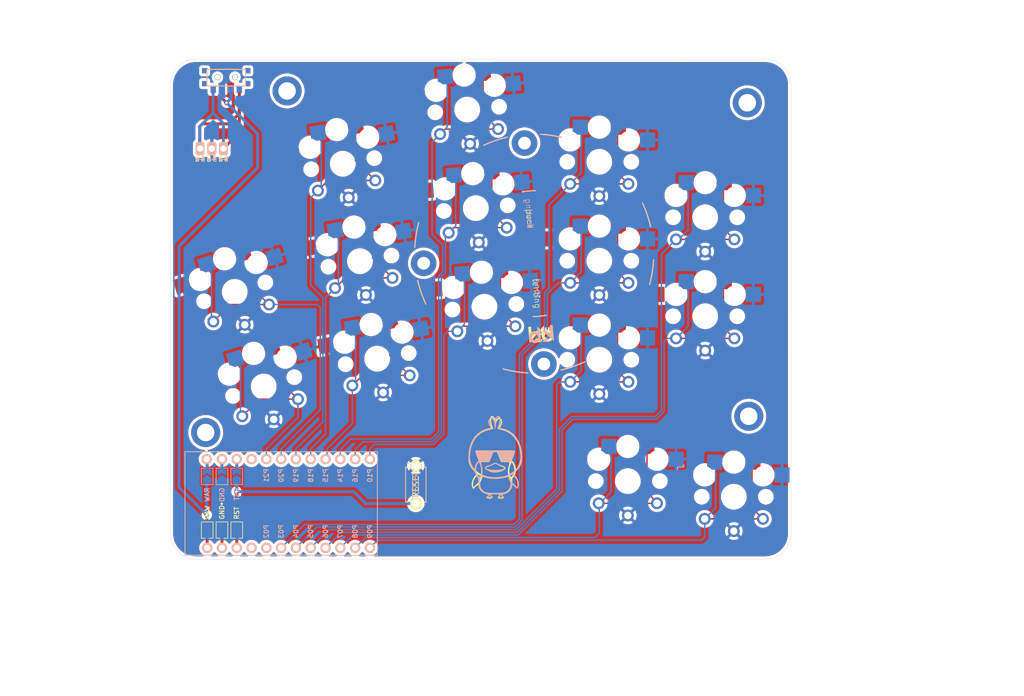
<source format=kicad_pcb>
(kicad_pcb (version 20211014) (generator pcbnew)
  (title_block (title "board") (rev "v1.0.0") (company "Unknown"))
  (layers (0 "F.Cu" signal) (31 "B.Cu" signal) (34 "B.Paste" user) (35 "F.Paste" user) (36 "B.SilkS" user "B.Silkscreen") (37 "F.SilkS" user "F.Silkscreen") (38 "B.Mask" user) (39 "F.Mask" user) (44 "Edge.Cuts" user))
  (net 0 "")
  (net 1 "P6")
  (net 2 "GND")
  (net 3 "P5")
  (net 4 "P4")
  (net 5 "P3")
  (net 6 "P2")
  (net 7 "P18")
  (net 8 "P15")
  (net 9 "P14")
  (net 10 "P16")
  (net 11 "P10")
  (net 12 "P19")
  (net 13 "P20")
  (net 14 "P21")
  (net 15 "P7")
  (net 16 "P8")
  (net 17 "P9")
  (net 18 "RAW")
  (net 19 "RST")
  (net 20 "Braw")
  (footprint "kbd:ResetSW" (layer "F.Cu") (at 83.928791 -49.631254 -90)
    (fp_text reference "B1" hide)
    (fp_text value "")
  )
  (footprint "Alaa:choc_hotswap_key" (layer "F.Cu") (at 71.38711 -104.745067 10)
    (fp_text reference "S11" hide)
    (fp_text value "" hide)
  )
  (footprint "Alaa:choc_hotswap_key" (layer "F.Cu") (at 94.221643 -97.114167 5)
    (fp_text reference "S15" hide)
    (fp_text value "" hide)
  )
  (footprint "Alaa:choc_hotswap_key" (layer "F.Cu") (at 115.424791 -88.077254)
    (fp_text reference "S21" hide)
    (fp_text value "" hide)
  )
  (footprint "E73:SPDT_C128955" (layer "F.Cu") (at 51.389406 -119.608838)
    (fp_text reference "T1" hide)
    (fp_text value "" hide)
  )
  (footprint "" (layer "F.Cu") (at 141.078791 -61.367254)
    (fp_text reference "")
    (fp_text value "")
  )
  (footprint "E73:SPDT_C128955" (layer "F.Cu") (at 51.389406 -119.608838)
    (fp_text reference "T2" hide)
    (fp_text value "" hide)
  )
  (footprint "Alaa:choc_hotswap_key" (layer "F.Cu") (at 133.599495 -95.544491)
    (fp_text reference "S29" hide)
    (fp_text value "" hide)
  )
  (footprint "" (layer "F.Cu") (at 47.860791 -58.573254)
    (fp_text reference "")
    (fp_text value "")
  )
  (footprint "LOGO" (layer "F.Cu") (at 97.484546 -52.964987)
    (fp_text reference "G***" hide)
    (fp_text value "LOGO" hide)
  )
  (footprint "Alaa:choc_hotswap_key" (layer "F.Cu") (at 138.511792 -47.543254)
    (fp_text reference "S33" hide)
    (fp_text value "" hide)
  )
  (footprint "Alaa:choc_hotswap_key" (layer "F.Cu") (at 77.291148 -71.261603 10)
    (fp_text reference "S7" hide)
    (fp_text value "" hide)
  )
  (footprint "lib:bat" (layer "F.Cu") (at 48.908791 -107.341254)
    (fp_text reference "PAD1" hide)
    (fp_text value "" hide)
  )
  (footprint "Alaa:choc_hotswap_key" (layer "F.Cu") (at 52.842259 -82.729963 17)
    (fp_text reference "S5" hide)
    (fp_text value "" hide)
  )
  (footprint "Alaa:choc_hotswap_key" (layer "F.Cu") (at 133.599495 -78.544491)
    (fp_text reference "S27" hide)
    (fp_text value "" hide)
  )
  (footprint "Alaa:choc_hotswap_key" (layer "F.Cu") (at 74.339129 -88.003335 10)
    (fp_text reference "S9" hide)
    (fp_text value "" hide)
  )
  (footprint "Alaa:choc_hotswap_key" (layer "F.Cu") (at 95.703291 -80.178857 5)
    (fp_text reference "S13" hide)
    (fp_text value "" hide)
  )
  (footprint "Alaa:choc_hotswap_key" (layer "F.Cu") (at 92.739996 -114.049477 5)
    (fp_text reference "S17" hide)
    (fp_text value "" hide)
  )
  (footprint "Alaa:choc_hotswap_key" (layer "F.Cu") (at 120.321152 -50.226273)
    (fp_text reference "S31" hide)
    (fp_text value "" hide)
  )
  (footprint "Alaa:choc_hotswap_key" (layer "F.Cu") (at 57.812578 -66.472782 17)
    (fp_text reference "S3" hide)
    (fp_text value "" hide)
  )
  (footprint "" (layer "F.Cu") (at 140.824791 -115.215254)
    (fp_text reference "")
    (fp_text value "")
  )
  (footprint "Alaa:choc_hotswap_key" (layer "F.Cu") (at 115.424791 -105.077254)
    (fp_text reference "S23" hide)
    (fp_text value "" hide)
  )
  (footprint "Alaa:choc_hotswap_key" (layer "F.Cu") (at 115.424791 -71.077254)
    (fp_text reference "S19" hide)
    (fp_text value "" hide)
  )
  (footprint "" (layer "F.Cu") (at 61.830791 -117.247254)
    (fp_text reference "")
    (fp_text value "")
  )
  (footprint "Alaa:Tenting_Puck_3_Holes" (layer "F.Cu") (at 104.248791 -89.307254 5)
    (fp_text reference "REF**")
    (fp_text value "Tenting Puck")
  )
  (footprint "LOGO" (layer "B.Cu") (at 97.644791 -52.985254 180)
    (fp_text reference "G***" hide)
    (fp_text value "LOGO" hide)
  )
  (footprint "ProMicro" (layer "B.Cu") (at 62.084791 -46.381254)
    (fp_text reference "MCU1" hide)
    (fp_text value "" hide)
  )
  (gr_line (start 148.316185 -41.254903) (end 148.319791 -118.263254) (layer "Edge.Cuts") (width 0.05))
  (gr_arc (start 46.209791 -36.808254) (mid 43.066691 -38.110165) (end 41.764791 -41.253254) (layer "Edge.Cuts") (width 0.05))
  (gr_arc (start 143.874791 -122.708254) (mid 147.01787 -121.406344) (end 148.319791 -118.263254) (layer "Edge.Cuts") (width 0.05))
  (gr_line (start 46.209791 -36.808254) (end 143.871185 -36.809903) (layer "Edge.Cuts") (width 0.05))
  (gr_line (start 41.761149 -118.266118) (end 41.764791 -41.253254) (layer "Edge.Cuts") (width 0.05))
  (gr_line (start 143.874791 -122.708254) (end 46.206149 -122.711118) (layer "Edge.Cuts") (width 0.05))
  (gr_arc (start 41.761149 -118.266118) (mid 43.063059 -121.409208) (end 46.206149 -122.711118) (layer "Edge.Cuts") (width 0.05))
  (gr_arc (start 148.316185 -41.254903) (mid 147.014275 -38.111817) (end 143.871185 -36.809903) (layer "Edge.Cuts") (width 0.05))
  (segment (start 136.724974 -93.619012) (end 136.724974 -101.34497) (width 0.25) (layer "F.Cu") (net 1))
  (segment (start 136.724974 -101.34497) (end 136.874495 -101.494491) (width 0.25) (layer "F.Cu") (net 1))
  (segment (start 138.599495 -91.744491) (end 136.724974 -93.619012) (width 0.25) (layer "F.Cu") (net 1))
  (segment (start 128.599495 -91.744491) (end 138.599495 -91.744491) (width 0.25) (layer "F.Cu") (net 1))
  (segment (start 108.566791 -48.667254) (end 108.566791 -59.208972) (width 0.25) (layer "B.Cu") (net 1))
  (segment (start 68.434791 -38.761254) (end 71.111831 -41.438294) (width 0.25) (layer "B.Cu") (net 1))
  (segment (start 130.654161 -100.454265) (end 130.654161 -93.367747) (width 0.25) (layer "B.Cu") (net 1))
  (segment (start 110.666594 -61.308774) (end 125.018311 -61.308774) (width 0.25) (layer "B.Cu") (net 1))
  (segment (start 126.092791 -89.237786) (end 128.599495 -91.744491) (width 0.25) (layer "B.Cu") (net 1))
  (segment (start 129.030905 -91.744491) (end 128.599495 -91.744491) (width 0.25) (layer "B.Cu") (net 1))
  (segment (start 130.654161 -93.367747) (end 129.030905 -91.744491) (width 0.25) (layer "B.Cu") (net 1))
  (segment (start 130.18492 -100.923506) (end 130.654161 -100.454265) (width 0.25) (layer "B.Cu") (net 1))
  (segment (start 108.566791 -59.208972) (end 110.666594 -61.308774) (width 0.25) (layer "B.Cu") (net 1))
  (segment (start 71.111831 -41.438294) (end 101.337831 -41.438294) (width 0.25) (layer "B.Cu") (net 1))
  (segment (start 101.337831 -41.438294) (end 108.566791 -48.667254) (width 0.25) (layer "B.Cu") (net 1))
  (segment (start 126.092791 -62.383254) (end 126.092791 -89.237786) (width 0.25) (layer "B.Cu") (net 1))
  (segment (start 125.018311 -61.308774) (end 126.092791 -62.383254) (width 0.25) (layer "B.Cu") (net 1))
  (segment (start 50.654791 -46.280744) (end 50.654791 -42.467731) (width 0.5) (layer "F.Cu") (net 2))
  (segment (start 50.606907 -46.328628) (end 50.654791 -46.280744) (width 0.5) (layer "F.Cu") (net 2))
  (via (at 50.606907 -46.328628) (size 0.8) (drill 0.4) (layers "F.Cu" "B.Cu") (net 2))
  (segment (start 50.631665 -46.353386) (end 50.654791 -46.376512) (width 0.5) (layer "B.Cu") (net 2))
  (segment (start 50.654791 -46.376512) (end 50.654791 -50.217731) (width 0.5) (layer "B.Cu") (net 2))
  (segment (start 120.424791 -67.277254) (end 110.424791 -67.277254) (width 0.25) (layer "F.Cu") (net 3))
  (segment (start 118.55027 -76.877733) (end 118.55027 -69.151775) (width 0.25) (layer "F.Cu") (net 3))
  (segment (start 118.55027 -69.151775) (end 120.424791 -67.277254) (width 0.25) (layer "F.Cu") (net 3))
  (segment (start 118.699791 -77.027254) (end 118.55027 -76.877733) (width 0.25) (layer "F.Cu") (net 3))
  (segment (start 112.299312 -77.420712) (end 112.299312 -69.151775) (width 0.25) (layer "B.Cu") (net 3))
  (segment (start 101.151633 -41.887814) (end 108.117271 -48.853452) (width 0.25) (layer "B.Cu") (net 3))
  (segment (start 108.117271 -48.853452) (end 108.117271 -66.759734) (width 0.25) (layer "B.Cu") (net 3))
  (segment (start 69.021351 -41.887814) (end 101.151633 -41.887814) (width 0.25) (layer "B.Cu") (net 3))
  (segment (start 112.299312 -69.151775) (end 110.424791 -67.277254) (width 0.25) (layer "B.Cu") (net 3))
  (segment (start 108.634791 -67.277254) (end 110.424791 -67.277254) (width 0.25) (layer "B.Cu") (net 3))
  (segment (start 108.117271 -66.759734) (end 108.634791 -67.277254) (width 0.25) (layer "B.Cu") (net 3))
  (segment (start 65.894791 -38.761254) (end 69.021351 -41.887814) (width 0.25) (layer "B.Cu") (net 3))
  (segment (start 118.55027 -86.151775) (end 120.424791 -84.277254) (width 0.25) (layer "F.Cu") (net 4))
  (segment (start 110.424791 -84.277254) (end 120.424791 -84.277254) (width 0.25) (layer "F.Cu") (net 4))
  (segment (start 118.55027 -93.877733) (end 118.55027 -86.151775) (width 0.25) (layer "F.Cu") (net 4))
  (segment (start 118.699791 -94.027254) (end 118.55027 -93.877733) (width 0.25) (layer "F.Cu") (net 4))
  (segment (start 63.354791 -38.761254) (end 66.930871 -42.337334) (width 0.25) (layer "B.Cu") (net 4))
  (segment (start 106.476311 -82.390774) (end 108.362791 -84.277254) (width 0.25) (layer "B.Cu") (net 4))
  (segment (start 66.930871 -42.337334) (end 100.965435 -42.337334) (width 0.25) (layer "B.Cu") (net 4))
  (segment (start 108.362791 -84.277254) (end 110.424791 -84.277254) (width 0.25) (layer "B.Cu") (net 4))
  (segment (start 112.299312 -94.420712) (end 112.299312 -86.151775) (width 0.25) (layer "B.Cu") (net 4))
  (segment (start 112.299312 -86.151775) (end 110.424791 -84.277254) (width 0.25) (layer "B.Cu") (net 4))
  (segment (start 106.476311 -76.167057) (end 106.476311 -82.390774) (width 0.25) (layer "B.Cu") (net 4))
  (segment (start 102.158311 -71.849057) (end 106.476311 -76.167057) (width 0.25) (layer "B.Cu") (net 4))
  (segment (start 100.965435 -42.337334) (end 102.158311 -43.530211) (width 0.25) (layer "B.Cu") (net 4))
  (segment (start 102.158311 -43.530211) (end 102.158311 -71.849057) (width 0.25) (layer "B.Cu") (net 4))
  (segment (start 118.55027 -110.877733) (end 118.55027 -103.151775) (width 0.25) (layer "F.Cu") (net 5))
  (segment (start 120.424791 -101.277254) (end 110.424791 -101.277254) (width 0.25) (layer "F.Cu") (net 5))
  (segment (start 118.699791 -111.027254) (end 118.55027 -110.877733) (width 0.25) (layer "F.Cu") (net 5))
  (segment (start 118.55027 -103.151775) (end 120.424791 -101.277254) (width 0.25) (layer "F.Cu") (net 5))
  (segment (start 100.779237 -42.786854) (end 101.708791 -43.716408) (width 0.25) (layer "B.Cu") (net 5))
  (segment (start 112.299312 -103.151775) (end 110.424791 -101.277254) (width 0.25) (layer "B.Cu") (net 5))
  (segment (start 101.708791 -43.716408) (end 101.708791 -72.035254) (width 0.25) (layer "B.Cu") (net 5))
  (segment (start 106.788791 -83.338972) (end 106.788791 -97.641254) (width 0.25) (layer "B.Cu") (net 5))
  (segment (start 64.840391 -42.786854) (end 100.779237 -42.786854) (width 0.25) (layer "B.Cu") (net 5))
  (segment (start 112.299312 -111.420712) (end 112.299312 -103.151775) (width 0.25) (layer "B.Cu") (net 5))
  (segment (start 106.788791 -97.641254) (end 110.424791 -101.277254) (width 0.25) (layer "B.Cu") (net 5))
  (segment (start 106.026791 -76.353254) (end 106.026791 -82.576972) (width 0.25) (layer "B.Cu") (net 5))
  (segment (start 101.708791 -72.035254) (end 106.026791 -76.353254) (width 0.25) (layer "B.Cu") (net 5))
  (segment (start 60.814791 -38.761254) (end 64.840391 -42.786854) (width 0.25) (layer "B.Cu") (net 5))
  (segment (start 106.026791 -82.576972) (end 106.788791 -83.338972) (width 0.25) (layer "B.Cu") (net 5))
  (segment (start 76.531168 -88.521169) (end 79.923031 -85.129306) (width 0.25) (layer "F.Cu") (net 7))
  (segment (start 76.531168 -94.431639) (end 76.531168 -88.521169) (width 0.25) (layer "F.Cu") (net 7))
  (segment (start 79.923031 -85.129306) (end 71.811434 -85.129306) (width 0.25) (layer "F.Cu") (net 7))
  (segment (start 71.811434 -85.129306) (end 70.074953 -83.392825) (width 0.25) (layer "F.Cu") (net 7))
  (segment (start 70.638431 -83.956303) (end 70.074953 -83.392825) (width 0.25) (layer "B.Cu") (net 7))
  (segment (start 65.894791 -55.779254) (end 68.434791 -58.319254) (width 0.25) (layer "B.Cu") (net 7))
  (segment (start 68.434791 -81.752663) (end 70.074953 -83.392825) (width 0.25) (layer "B.Cu") (net 7))
  (segment (start 70.638431 -92.736489) (end 70.638431 -83.956303) (width 0.25) (layer "B.Cu") (net 7))
  (segment (start 65.894791 -54.001254) (end 65.894791 -55.779254) (width 0.25) (layer "B.Cu") (net 7))
  (segment (start 68.434791 -58.319254) (end 68.434791 -81.752663) (width 0.25) (layer "B.Cu") (net 7))
  (segment (start 70.080677 -93.294243) (end 70.638431 -92.736489) (width 0.25) (layer "B.Cu") (net 7))
  (segment (start 79.483187 -71.779437) (end 82.87505 -68.387574) (width 0.25) (layer "F.Cu") (net 8))
  (segment (start 82.87505 -68.387574) (end 74.763453 -68.387574) (width 0.25) (layer "F.Cu") (net 8))
  (segment (start 79.483187 -77.689907) (end 79.483187 -71.779437) (width 0.25) (layer "F.Cu") (net 8))
  (segment (start 74.763453 -68.387574) (end 73.026972 -66.651093) (width 0.25) (layer "F.Cu") (net 8))
  (segment (start 73.59045 -67.214571) (end 73.026972 -66.651093) (width 0.25) (layer "B.Cu") (net 8))
  (segment (start 68.434791 -54.001254) (end 68.688791 -54.255254) (width 0.25) (layer "B.Cu") (net 8))
  (segment (start 73.032696 -76.552511) (end 73.59045 -75.994757) (width 0.25) (layer "B.Cu") (net 8))
  (segment (start 73.59045 -75.994757) (end 73.59045 -67.214571) (width 0.25) (layer "B.Cu") (net 8))
  (segment (start 68.688791 -54.255254) (end 68.688791 -55.779254) (width 0.25) (layer "B.Cu") (net 8))
  (segment (start 68.688791 -55.779254) (end 73.026972 -60.117435) (width 0.25) (layer "B.Cu") (net 8))
  (segment (start 73.026972 -60.117435) (end 73.026972 -66.651093) (width 0.25) (layer "B.Cu") (net 8))
  (segment (start 95.483957 -120.262271) (end 95.483957 -113.26792) (width 0.25) (layer "F.Cu") (net 9))
  (segment (start 88.961772 -110.699716) (end 88.090214 -109.828158) (width 0.25) (layer "F.Cu") (net 9))
  (segment (start 98.052161 -110.699716) (end 88.961772 -110.699716) (width 0.25) (layer "F.Cu") (net 9))
  (segment (start 95.483957 -113.26792) (end 98.052161 -110.699716) (width 0.25) (layer "F.Cu") (net 9))
  (segment (start 70.974791 -54.001254) (end 70.974791 -55.652254) (width 0.25) (layer "B.Cu") (net 9))
  (segment (start 70.974791 -55.652254) (end 72.762831 -57.440294) (width 0.25) (layer "B.Cu") (net 9))
  (segment (start 87.855751 -85.487932) (end 88.559271 -86.191452) (width 0.25) (layer "B.Cu") (net 9))
  (segment (start 72.762831 -57.440294) (end 86.604395 -57.440294) (width 0.25) (layer "B.Cu") (net 9))
  (segment (start 89.306709 -111.044653) (end 88.090214 -109.828158) (width 0.25) (layer "B.Cu") (net 9))
  (segment (start 89.306709 -119.343573) (end 89.306709 -111.044653) (width 0.25) (layer "B.Cu") (net 9))
  (segment (start 87.855751 -58.69165) (end 87.855751 -85.487932) (width 0.25) (layer "B.Cu") (net 9))
  (segment (start 88.559271 -90.772774) (end 86.722791 -92.609254) (width 0.25) (layer "B.Cu") (net 9))
  (segment (start 86.722791 -92.609254) (end 86.722791 -108.460735) (width 0.25) (layer "B.Cu") (net 9))
  (segment (start 86.722791 -108.460735) (end 88.090214 -109.828158) (width 0.25) (layer "B.Cu") (net 9))
  (segment (start 88.958882 -119.6914) (end 89.306709 -119.343573) (width 0.25) (layer "B.Cu") (net 9))
  (segment (start 86.604395 -57.440294) (end 87.855751 -58.69165) (width 0.25) (layer "B.Cu") (net 9))
  (segment (start 88.559271 -86.191452) (end 88.559271 -90.772774) (width 0.25) (layer "B.Cu") (net 9))
  (segment (start 99.533808 -93.764406) (end 90.443419 -93.764406) (width 0.25) (layer "F.Cu") (net 10))
  (segment (start 96.965604 -96.33261) (end 99.533808 -93.764406) (width 0.25) (layer "F.Cu") (net 10))
  (segment (start 96.965604 -103.326961) (end 96.965604 -96.33261) (width 0.25) (layer "F.Cu") (net 10))
  (segment (start 90.443419 -93.764406) (end 89.571861 -92.892848) (width 0.25) (layer "F.Cu") (net 10))
  (segment (start 86.790593 -56.990774) (end 88.305271 -58.505452) (width 0.25) (layer "B.Cu") (net 10))
  (segment (start 90.788356 -94.109343) (end 89.571861 -92.892848) (width 0.25) (layer "B.Cu") (net 10))
  (segment (start 89.008791 -86.005254) (end 89.008791 -92.329778) (width 0.25) (layer "B.Cu") (net 10))
  (segment (start 74.853311 -56.990774) (end 86.790593 -56.990774) (width 0.25) (layer "B.Cu") (net 10))
  (segment (start 90.440529 -102.75609) (end 90.788356 -102.408263) (width 0.25) (layer "B.Cu") (net 10))
  (segment (start 88.305271 -58.505452) (end 88.305271 -85.301734) (width 0.25) (layer "B.Cu") (net 10))
  (segment (start 73.514791 -54.001254) (end 73.514791 -55.652254) (width 0.25) (layer "B.Cu") (net 10))
  (segment (start 88.305271 -85.301734) (end 89.008791 -86.005254) (width 0.25) (layer "B.Cu") (net 10))
  (segment (start 73.514791 -55.652254) (end 74.853311 -56.990774) (width 0.25) (layer "B.Cu") (net 10))
  (segment (start 90.788356 -102.408263) (end 90.788356 -94.109343) (width 0.25) (layer "B.Cu") (net 10))
  (segment (start 89.008791 -92.329778) (end 89.571861 -92.892848) (width 0.25) (layer "B.Cu") (net 10))
  (segment (start 91.925067 -76.829096) (end 91.053509 -75.957538) (width 0.25) (layer "F.Cu") (net 11))
  (segment (start 101.015456 -76.829096) (end 98.447252 -79.3973) (width 0.25) (layer "F.Cu") (net 11))
  (segment (start 98.447252 -79.3973) (end 98.447252 -86.391651) (width 0.25) (layer "F.Cu") (net 11))
  (segment (start 101.015456 -76.829096) (end 91.925067 -76.829096) (width 0.25) (layer "F.Cu") (net 11))
  (segment (start 88.754791 -58.319254) (end 88.754791 -75.337254) (width 0.25) (layer "B.Cu") (net 11))
  (segment (start 92.270004 -77.174033) (end 91.053509 -75.957538) (width 0.25) (layer "B.Cu") (net 11))
  (segment (start 88.754791 -75.337254) (end 89.375075 -75.957538) (width 0.25) (layer "B.Cu") (net 11))
  (segment (start 89.375075 -75.957538) (end 91.053509 -75.957538) (width 0.25) (layer "B.Cu") (net 11))
  (segment (start 76.054791 -54.001254) (end 76.054791 -55.779254) (width 0.25) (layer "B.Cu") (net 11))
  (segment (start 86.976791 -56.541254) (end 88.754791 -58.319254) (width 0.25) (layer "B.Cu") (net 11))
  (segment (start 76.054791 -55.779254) (end 76.816791 -56.541254) (width 0.25) (layer "B.Cu") (net 11))
  (segment (start 91.922177 -85.82078) (end 92.270004 -85.472953) (width 0.25) (layer "B.Cu") (net 11))
  (segment (start 76.816791 -56.541254) (end 86.976791 -56.541254) (width 0.25) (layer "B.Cu") (net 11))
  (segment (start 92.270004 -85.472953) (end 92.270004 -77.174033) (width 0.25) (layer "B.Cu") (net 11))
  (segment (start 68.859415 -101.871038) (end 67.122934 -100.134557) (width 0.25) (layer "F.Cu") (net 12))
  (segment (start 73.579149 -111.173371) (end 73.579149 -105.262901) (width 0.25) (layer "F.Cu") (net 12))
  (segment (start 76.971012 -101.871038) (end 68.859415 -101.871038) (width 0.25) (layer "F.Cu") (net 12))
  (segment (start 73.579149 -105.262901) (end 76.971012 -101.871038) (width 0.25) (layer "F.Cu") (net 12))
  (segment (start 67.686412 -100.698035) (end 67.122934 -100.134557) (width 0.25) (layer "B.Cu") (net 12))
  (segment (start 67.128658 -110.035975) (end 67.686412 -109.478221) (width 0.25) (layer "B.Cu") (net 12))
  (segment (start 67.985271 -81.755774) (end 65.894791 -83.846254) (width 0.25) (layer "B.Cu") (net 12))
  (segment (start 65.894791 -98.906414) (end 67.122934 -100.134557) (width 0.25) (layer "B.Cu") (net 12))
  (segment (start 65.894791 -83.846254) (end 65.894791 -98.906414) (width 0.25) (layer "B.Cu") (net 12))
  (segment (start 67.686412 -109.478221) (end 67.686412 -100.698035) (width 0.25) (layer "B.Cu") (net 12))
  (segment (start 63.354791 -55.779254) (end 67.985271 -60.409734) (width 0.25) (layer "B.Cu") (net 12))
  (segment (start 63.354791 -54.001254) (end 63.354791 -55.779254) (width 0.25) (layer "B.Cu") (net 12))
  (segment (start 67.985271 -60.409734) (end 67.985271 -81.755774) (width 0.25) (layer "B.Cu") (net 12))
  (segment (start 58.734795 -80.557863) (end 52.095465 -80.557863) (width 0.25) (layer "F.Cu") (net 13))
  (segment (start 54.234545 -89.377494) (end 54.234545 -85.058113) (width 0.25) (layer "F.Cu") (net 13))
  (segment (start 52.095465 -80.557863) (end 49.171748 -77.634146) (width 0.25) (layer "F.Cu") (net 13))
  (segment (start 54.234545 -85.058113) (end 58.734795 -80.557863) (width 0.25) (layer "F.Cu") (net 13))
  (segment (start 60.814791 -55.779254) (end 67.535751 -62.500214) (width 0.25) (layer "B.Cu") (net 13))
  (segment (start 47.655954 -88.184596) (end 48.856953 -86.983597) (width 0.25) (layer "B.Cu") (net 13))
  (segment (start 48.856953 -86.983597) (end 48.856953 -78.356283) (width 0.25) (layer "B.Cu") (net 13))
  (segment (start 67.024182 -80.557863) (end 58.734795 -80.557863) (width 0.25) (layer "B.Cu") (net 13))
  (segment (start 67.535751 -62.500214) (end 67.535751 -80.046294) (width 0.25) (layer "B.Cu") (net 13))
  (segment (start 60.814791 -54.001254) (end 60.814791 -55.779254) (width 0.25) (layer "B.Cu") (net 13))
  (segment (start 67.535751 -80.046294) (end 67.024182 -80.557863) (width 0.25) (layer "B.Cu") (net 13))
  (segment (start 59.204864 -68.800932) (end 63.705114 -64.300682) (width 0.25) (layer "F.Cu") (net 14))
  (segment (start 63.705114 -64.300682) (end 57.065784 -64.300682) (width 0.25) (layer "F.Cu") (net 14))
  (segment (start 57.065784 -64.300682) (end 54.142067 -61.376965) (width 0.25) (layer "F.Cu") (net 14))
  (segment (start 59.204864 -73.120313) (end 59.204864 -68.800932) (width 0.25) (layer "F.Cu") (net 14))
  (segment (start 52.626273 -71.927415) (end 53.827272 -70.726416) (width 0.25) (layer "B.Cu") (net 14))
  (segment (start 58.274791 -54.001254) (end 58.274791 -55.779254) (width 0.25) (layer "B.Cu") (net 14))
  (segment (start 63.705114 -61.209577) (end 63.705114 -64.300682) (width 0.25) (layer "B.Cu") (net 14))
  (segment (start 58.274791 -55.779254) (end 63.705114 -61.209577) (width 0.25) (layer "B.Cu") (net 14))
  (segment (start 53.827272 -70.726416) (end 53.827272 -62.099102) (width 0.25) (layer "B.Cu") (net 14))
  (segment (start 136.724974 -76.619012) (end 136.724974 -84.34497) (width 0.25) (layer "F.Cu") (net 15))
  (segment (start 138.599495 -74.744491) (end 136.724974 -76.619012) (width 0.25) (layer "F.Cu") (net 15))
  (segment (start 136.724974 -84.34497) (end 136.874495 -84.494491) (width 0.25) (layer "F.Cu") (net 15))
  (segment (start 128.599495 -74.744491) (end 138.599495 -74.744491) (width 0.25) (layer "F.Cu") (net 15))
  (segment (start 130.654161 -83.454265) (end 130.654161 -76.799157) (width 0.25) (layer "B.Cu") (net 15))
  (segment (start 101.524029 -40.988774) (end 109.016311 -48.481057) (width 0.25) (layer "B.Cu") (net 15))
  (segment (start 130.18492 -83.923506) (end 130.654161 -83.454265) (width 0.25) (layer "B.Cu") (net 15))
  (segment (start 109.016311 -48.481057) (end 109.016311 -59.022774) (width 0.25) (layer "B.Cu") (net 15))
  (segment (start 109.016311 -59.022774) (end 110.852791 -60.859254) (width 0.25) (layer "B.Cu") (net 15))
  (segment (start 126.542311 -74.262774) (end 127.024028 -74.744491) (width 0.25) (layer "B.Cu") (net 15))
  (segment (start 73.202311 -40.988774) (end 101.524029 -40.988774) (width 0.25) (layer "B.Cu") (net 15))
  (segment (start 110.852791 -60.859254) (end 125.204509 -60.859254) (width 0.25) (layer "B.Cu") (net 15))
  (segment (start 126.542311 -62.197056) (end 126.542311 -74.262774) (width 0.25) (layer "B.Cu") (net 15))
  (segment (start 70.974791 -38.761254) (end 73.202311 -40.988774) (width 0.25) (layer "B.Cu") (net 15))
  (segment (start 125.204509 -60.859254) (end 126.542311 -62.197056) (width 0.25) (layer "B.Cu") (net 15))
  (segment (start 130.654161 -76.799157) (end 128.45992 -74.604916) (width 0.25) (layer "B.Cu") (net 15))
  (segment (start 127.024028 -74.744491) (end 128.599495 -74.744491) (width 0.25) (layer "B.Cu") (net 15))
  (segment (start 123.611436 -56.001952) (end 123.611436 -48.275994) (width 0.25) (layer "F.Cu") (net 16))
  (segment (start 123.760956 -56.151472) (end 123.611436 -56.001952) (width 0.25) (layer "F.Cu") (net 16))
  (segment (start 123.611436 -48.275994) (end 125.485957 -46.401473) (width 0.25) (layer "F.Cu") (net 16))
  (segment (start 125.485957 -46.401473) (end 115.485957 -46.401473) (width 0.25) (layer "F.Cu") (net 16))
  (segment (start 73.514791 -38.761254) (end 75.292791 -40.539254) (width 0.25) (layer "B.Cu") (net 16))
  (segment (start 117.210956 -56.151473) (end 117.437957 -55.924472) (width 0.25) (layer "B.Cu") (net 16))
  (segment (start 117.437957 -55.924472) (end 117.437957 -48.353473) (width 0.25) (layer "B.Cu") (net 16))
  (segment (start 75.292791 -40.539254) (end 114.662791 -40.539254) (width 0.25) (layer "B.Cu") (net 16))
  (segment (start 117.437957 -48.353473) (end 115.485957 -46.401473) (width 0.25) (layer "B.Cu") (net 16))
  (segment (start 114.662791 -40.539254) (end 115.424791 -41.301254) (width 0.25) (layer "B.Cu") (net 16))
  (segment (start 115.424791 -41.301254) (end 115.424791 -46.322634) (width 0.25) (layer "B.Cu") (net 16))
  (segment (start 141.637271 -45.617775) (end 143.511792 -43.743254) (width 0.25) (layer "F.Cu") (net 17))
  (segment (start 141.637271 -53.343733) (end 141.637271 -45.617775) (width 0.25) (layer "F.Cu") (net 17))
  (segment (start 141.786791 -53.493253) (end 141.637271 -53.343733) (width 0.25) (layer "F.Cu") (net 17))
  (segment (start 143.511792 -43.743254) (end 133.511792 -43.743254) (width 0.25) (layer "F.Cu") (net 17))
  (segment (start 135.386313 -45.617775) (end 133.511792 -43.743254) (width 0.25) (layer "B.Cu") (net 17))
  (segment (start 77.383271 -40.089734) (end 133.009271 -40.089734) (width 0.25) (layer "B.Cu") (net 17))
  (segment (start 135.236791 -53.493254) (end 135.386313 -53.343732) (width 0.25) (layer "B.Cu") (net 17))
  (segment (start 133.511792 -40.592255) (end 133.511792 -43.743254) (width 0.25) (layer "B.Cu") (net 17))
  (segment (start 133.009271 -40.089734) (end 133.511792 -40.592255) (width 0.25) (layer "B.Cu") (net 17))
  (segment (start 76.054791 -38.761254) (end 77.383271 -40.089734) (width 0.25) (layer "B.Cu") (net 17))
  (segment (start 135.386313 -53.343732) (end 135.386313 -45.617775) (width 0.25) (layer "B.Cu") (net 17))
  (segment (start 48.072149 -44.396082) (end 48.072149 -42.443543) (width 0.5) (layer "F.Cu") (net 18))
  (segment (start 50.639406 -116.023566) (end 51.441433 -115.221539) (width 0.5) (layer "F.Cu") (net 18))
  (segment (start 48.04419 -44.424041) (end 48.072149 -44.396082) (width 0.5) (layer "F.Cu") (net 18))
  (segment (start 50.639406 -117.533838) (end 50.639406 -116.023566) (width 0.5) (layer "F.Cu") (net 18))
  (via (at 48.04419 -44.424041) (size 0.8) (drill 0.4) (layers "F.Cu" "B.Cu") (net 18))
  (via (at 51.441433 -115.221539) (size 0.8) (drill 0.4) (layers "F.Cu" "B.Cu") (net 18))
  (segment (start 48.114791 -50.217731) (end 48.04419 -50.14713) (width 0.5) (layer "B.Cu") (net 18))
  (segment (start 48.04419 -44.424041) (end 43.288791 -49.17944) (width 0.5) (layer "B.Cu") (net 18))
  (segment (start 56.750791 -104.039254) (end 56.750791 -109.912181) (width 0.5) (layer "B.Cu") (net 18))
  (segment (start 43.288791 -90.577254) (end 56.750791 -104.039254) (width 0.5) (layer "B.Cu") (net 18))
  (segment (start 48.04419 -50.14713) (end 48.04419 -44.424041) (width 0.5) (layer "B.Cu") (net 18))
  (segment (start 56.750791 -109.912181) (end 51.441433 -115.221539) (width 0.5) (layer "B.Cu") (net 18))
  (segment (start 52.190791 -115.970928) (end 51.492818 -115.272955) (width 0.5) (layer "B.Cu") (net 18))
  (segment (start 52.190791 -117.585254) (end 52.190791 -115.970928) (width 0.5) (layer "B.Cu") (net 18))
  (segment (start 43.288791 -49.17944) (end 43.288791 -90.577254) (width 0.5) (layer "B.Cu") (net 18))
  (segment (start 53.150987 -48.413823) (end 53.172149 -48.392661) (width 0.5) (layer "F.Cu") (net 19))
  (segment (start 53.172149 -48.392661) (end 53.172149 -42.490373) (width 0.5) (layer "F.Cu") (net 19))
  (via (at 53.150987 -48.413823) (size 0.8) (drill 0.4) (layers "F.Cu" "B.Cu") (net 19))
  (segment (start 73.26136 -48.413823) (end 75.293929 -46.381254) (width 0.5) (layer "B.Cu") (net 19))
  (segment (start 53.194791 -48.457627) (end 53.194791 -50.217731) (width 0.5) (layer "B.Cu") (net 19))
  (segment (start 53.150987 -48.413823) (end 53.194791 -48.457627) (width 0.5) (layer "B.Cu") (net 19))
  (segment (start 53.150987 -48.413823) (end 73.26136 -48.413823) (width 0.5) (layer "B.Cu") (net 19))
  (segment (start 75.293929 -46.381254) (end 83.928791 -46.381254) (width 0.5) (layer "B.Cu") (net 19))
  (segment (start 53.639406 -110.071869) (end 50.908791 -107.341254) (width 0.5) (layer "F.Cu") (net 20))
  (segment (start 46.844791 -107.405254) (end 46.908791 -107.341254) (width 0.5) (layer "F.Cu") (net 20))
  (segment (start 53.639406 -117.533838) (end 53.639406 -113.373869) (width 0.5) (layer "F.Cu") (net 20))
  (segment (start 53.639406 -113.373869) (end 51.860791 -111.595254) (width 0.5) (layer "F.Cu") (net 20))
  (segment (start 46.844791 -111.151254) (end 46.844791 -107.405254) (width 0.5) (layer "F.Cu") (net 20))
  (segment (start 51.860791 -111.595254) (end 47.288791 -111.595254) (width 0.5) (layer "F.Cu") (net 20))
  (segment (start 53.639406 -117.533838) (end 53.639406 -110.071869) (width 0.5) (layer "F.Cu") (net 20))
  (segment (start 47.288791 -111.595254) (end 46.844791 -111.151254) (width 0.5) (layer "F.Cu") (net 20))
  (segment (start 46.844791 -107.405254) (end 46.908791 -107.341254) (width 0.5) (layer "B.Cu") (net 20))
  (segment (start 49.139406 -113.445869) (end 46.844791 -111.151254) (width 0.5) (layer "B.Cu") (net 20))
  (segment (start 49.139406 -117.533838) (end 49.139406 -113.445869) (width 0.5) (layer "B.Cu") (net 20))
  (segment (start 49.139406 -113.445869) (end 50.908791 -111.676484) (width 0.5) (layer "B.Cu") (net 20))
  (segment (start 46.844791 -111.151254) (end 46.844791 -107.405254) (width 0.5) (layer "B.Cu") (net 20))
  (segment (start 50.908791 -111.676484) (end 50.908791 -107.341254) (width 0.5) (layer "B.Cu") (net 20))
  (zone locked (net 2) (net_name "GND") (layers F&B.Cu) (connect_pads (clearance 0.508)) (min_thickness 0.254) (fill yes (thermal_gap 0.508) (thermal_bridge_width 0.508) (island_removal_mode 1) (island_area_min 0))
    (polygon (pts (xy 185.274791 -132.868254) (xy 188.341 -13.2842) (xy 15.094791 -16.028254) (xy 12.554791 -132.868254) (xy 86.7918 -132.868254)))
  )
)
</source>
